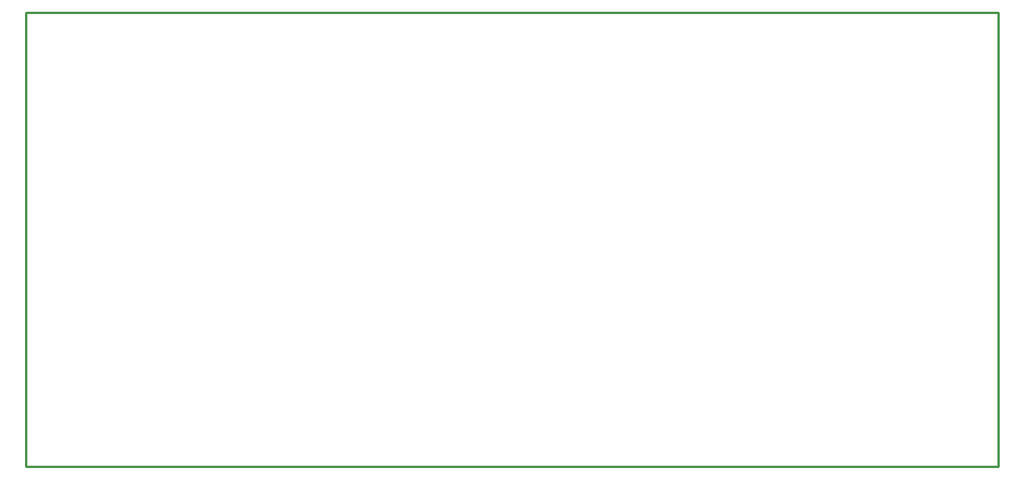
<source format=gbr>
G04 EAGLE Gerber RS-274X export*
G75*
%MOMM*%
%FSLAX34Y34*%
%LPD*%
%IN*%
%IPPOS*%
%AMOC8*
5,1,8,0,0,1.08239X$1,22.5*%
G01*
%ADD10C,0.254000*%


D10*
X0Y0D02*
X1053900Y0D01*
X1053900Y492000D01*
X0Y492000D01*
X0Y0D01*
M02*

</source>
